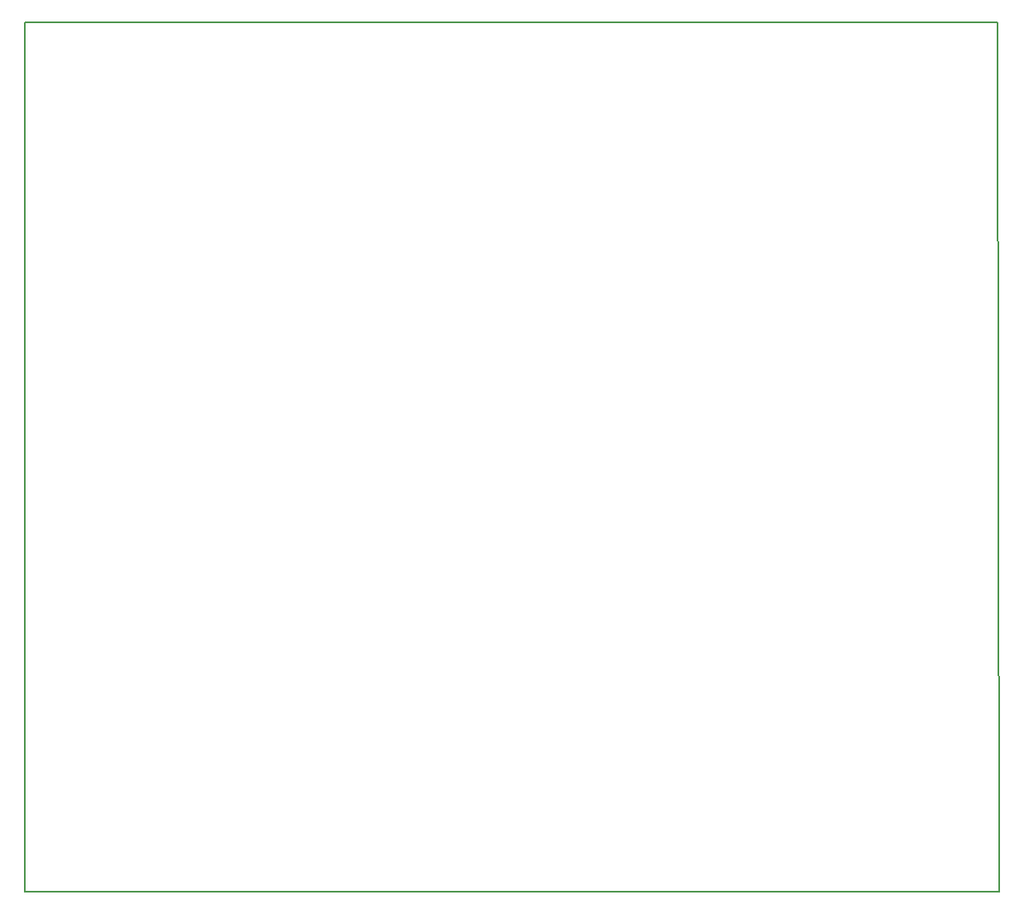
<source format=gbr>
G04 #@! TF.GenerationSoftware,KiCad,Pcbnew,(5.0.0)*
G04 #@! TF.CreationDate,2019-03-04T17:15:25-05:00*
G04 #@! TF.ProjectId,nivel y temperatura,6E6976656C20792074656D7065726174,V 1.0*
G04 #@! TF.SameCoordinates,Original*
G04 #@! TF.FileFunction,Profile,NP*
%FSLAX46Y46*%
G04 Gerber Fmt 4.6, Leading zero omitted, Abs format (unit mm)*
G04 Created by KiCad (PCBNEW (5.0.0)) date 03/04/19 17:15:25*
%MOMM*%
%LPD*%
G01*
G04 APERTURE LIST*
%ADD10C,0.150000*%
G04 APERTURE END LIST*
D10*
X92202000Y-45974000D02*
X92202000Y-134974000D01*
X191770000Y-45974000D02*
X92202000Y-45974000D01*
X191900000Y-135000000D02*
X191770000Y-45970000D01*
X92202000Y-135000000D02*
X191900000Y-135000000D01*
M02*

</source>
